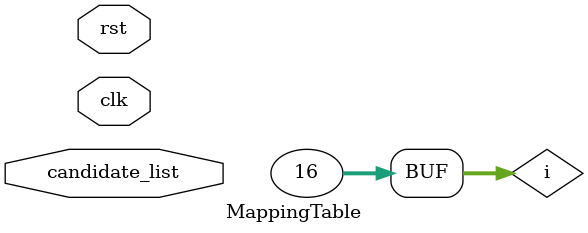
<source format=v>
module MappingTable #(
	parameter bs = 16
) (
	input clk, rst,
	input [0:bs-1] candidate_list
);
	localparam bs_bits = $clog2(bs);
	
	integer i,j;
	
	reg [bs_bits-1:0] mapping_table [0:bs-1];
	reg [bs_bits-1:0] next_mapping_table [0:bs-1];
	
	reg [bs_bits-1:0] count = {bs_bits{1'b0}};
	
	always@(*) begin
		count = 0;
		for(i=0; i<bs; i=i+1) begin
			if(candidate_list[i]) begin
				next_mapping_table[count] = i;
				count = count + 1'b1;
			end 
		end
	end
	
	always@(posedge clk, posedge rst) begin
		if(rst) for(j=0; j<bs; j=j+1)
			mapping_table[j] <= 1'b0;
		else for(j=0; j<bs; j=j+1)
			mapping_table[j] <= next_mapping_table[j];
	end

endmodule
</source>
